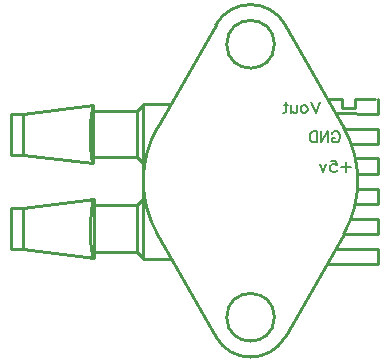
<source format=gbo>
G04 Layer: BottomSilkLayer*
G04 EasyEDA v6.4.14, 2021-01-16T22:14:06+01:00*
G04 127a1a6c01e64450920e76bbda239c08,12e5bc712d0f4a5fb02ba00eb72bdd37,10*
G04 Gerber Generator version 0.2*
G04 Scale: 100 percent, Rotated: No, Reflected: No *
G04 Dimensions in inches *
G04 leading zeros omitted , absolute positions ,3 integer and 6 decimal *
%FSLAX36Y36*%
%MOIN*%

%ADD10C,0.0100*%
%ADD23C,0.0080*%

%LPD*%
D23*
X482282Y1369110D02*
G01*
X467983Y1331509D01*
X453683Y1369110D02*
G01*
X467983Y1331509D01*
X432883Y1356610D02*
G01*
X436482Y1354810D01*
X440083Y1351210D01*
X441882Y1345909D01*
X441882Y1342310D01*
X440083Y1336909D01*
X436482Y1333310D01*
X432883Y1331509D01*
X427483Y1331509D01*
X423982Y1333310D01*
X420383Y1336909D01*
X418582Y1342310D01*
X418582Y1345909D01*
X420383Y1351210D01*
X423982Y1354810D01*
X427483Y1356610D01*
X432883Y1356610D01*
X406782Y1356610D02*
G01*
X406782Y1338710D01*
X404983Y1333310D01*
X401382Y1331509D01*
X395982Y1331509D01*
X392483Y1333310D01*
X387083Y1338710D01*
X387083Y1356610D02*
G01*
X387083Y1331509D01*
X369882Y1369110D02*
G01*
X369882Y1338710D01*
X368082Y1333310D01*
X364483Y1331509D01*
X360982Y1331509D01*
X375282Y1356610D02*
G01*
X362782Y1356610D01*
X522412Y1261783D02*
G01*
X524112Y1265383D01*
X527713Y1268883D01*
X531313Y1270684D01*
X538513Y1270684D01*
X542012Y1268883D01*
X545613Y1265383D01*
X547412Y1261783D01*
X549212Y1256383D01*
X549212Y1247483D01*
X547412Y1242083D01*
X545613Y1238483D01*
X542012Y1234884D01*
X538513Y1233083D01*
X531313Y1233083D01*
X527713Y1234884D01*
X524112Y1238483D01*
X522412Y1242083D01*
X522412Y1247483D01*
X531313Y1247483D02*
G01*
X522412Y1247483D01*
X510513Y1270684D02*
G01*
X510513Y1233083D01*
X510513Y1270684D02*
G01*
X485513Y1233083D01*
X485513Y1270684D02*
G01*
X485513Y1233083D01*
X473712Y1270684D02*
G01*
X473712Y1233083D01*
X473712Y1270684D02*
G01*
X461212Y1270684D01*
X455812Y1268883D01*
X452213Y1265383D01*
X450412Y1261783D01*
X448612Y1256383D01*
X448612Y1247483D01*
X450412Y1242083D01*
X452213Y1238483D01*
X455812Y1234884D01*
X461212Y1233083D01*
X473712Y1233083D01*
X568545Y1166959D02*
G01*
X568545Y1134659D01*
X584646Y1150859D02*
G01*
X552445Y1150859D01*
X519146Y1172258D02*
G01*
X537046Y1172258D01*
X538846Y1156158D01*
X537046Y1157959D01*
X531646Y1159758D01*
X526346Y1159758D01*
X520946Y1157959D01*
X517345Y1154358D01*
X515546Y1149059D01*
X515546Y1145459D01*
X517345Y1140059D01*
X520946Y1136458D01*
X526346Y1134659D01*
X531646Y1134659D01*
X537046Y1136458D01*
X538846Y1138258D01*
X540645Y1141858D01*
X503746Y1159758D02*
G01*
X493046Y1134659D01*
X482245Y1159758D02*
G01*
X493046Y1134659D01*
D10*
X513779Y1376653D02*
G01*
X557087Y1376653D01*
X557087Y1349095D01*
X600393Y1349095D01*
X600393Y1376653D01*
X667322Y1376653D01*
X677323Y1378622D02*
G01*
X677323Y1327438D01*
X537399Y1329409D01*
X677323Y1278622D02*
G01*
X564961Y1278227D01*
X677323Y1278622D02*
G01*
X677323Y1227438D01*
X588584Y1227046D01*
X675198Y1179801D02*
G01*
X600394Y1179801D01*
X677323Y1178622D02*
G01*
X677323Y1127438D01*
X608269Y1128622D01*
X677323Y1078622D02*
G01*
X608269Y1077440D01*
X677323Y1027438D02*
G01*
X600394Y1026260D01*
X677323Y978622D02*
G01*
X588584Y979016D01*
X677323Y978622D02*
G01*
X677323Y927438D01*
X562124Y928346D01*
X677323Y878622D02*
G01*
X532785Y876999D01*
X677323Y878622D02*
G01*
X677323Y827438D01*
X505254Y828000D01*
X677323Y1078622D02*
G01*
X677323Y1027438D01*
X-508108Y877087D02*
G01*
X-271891Y848935D01*
X-271891Y848937D02*
G01*
X-272964Y849421D01*
X-274387Y851379D01*
X-276455Y857067D01*
X-278357Y865871D01*
X-280039Y877458D01*
X-282487Y907444D01*
X-283447Y942883D01*
X-282764Y978777D01*
X-281826Y995309D01*
X-280293Y1012307D01*
X-278659Y1024333D01*
X-276455Y1034904D01*
X-274391Y1040569D01*
X-273324Y1042184D01*
X-272249Y1042961D01*
X-271891Y1043031D02*
G01*
X-508108Y1014882D01*
X-271891Y869214D02*
G01*
X-126023Y869214D01*
X-126023Y1022755D02*
G01*
X-271891Y1022755D01*
X-547478Y877087D02*
G01*
X-508108Y877087D01*
X-508108Y1014882D02*
G01*
X-547478Y1014882D01*
X-508108Y877087D02*
G01*
X-508108Y1014882D01*
X-271891Y848939D02*
G01*
X-271891Y1043029D01*
X-547478Y877087D02*
G01*
X-547478Y1014882D01*
X-105747Y1043031D02*
G01*
X-126023Y1022755D01*
X-126023Y869214D02*
G01*
X-105747Y848937D01*
X-126023Y869214D02*
G01*
X-126023Y1022755D01*
X-105747Y845000D02*
G01*
X-105747Y1100906D01*
X-105747Y845000D02*
G01*
X-14002Y845000D01*
X-508503Y1328818D02*
G01*
X-272283Y1356970D01*
X-106149Y1162925D02*
G01*
X-107116Y1191781D01*
X-107519Y1259917D01*
X-107116Y1328051D01*
X-106194Y1356732D01*
X-272283Y1356968D02*
G01*
X-273359Y1356484D01*
X-274780Y1354526D01*
X-276846Y1348838D01*
X-278750Y1340034D01*
X-280430Y1328447D01*
X-282881Y1298461D01*
X-283840Y1263022D01*
X-283157Y1227129D01*
X-282219Y1210596D01*
X-280686Y1193598D01*
X-279052Y1181572D01*
X-276846Y1171001D01*
X-274785Y1165336D01*
X-273717Y1163721D01*
X-272644Y1162944D01*
X-106140Y1162874D02*
G01*
X-126415Y1183148D01*
X-126415Y1336691D02*
G01*
X-106140Y1356970D01*
X-272283Y1162874D02*
G01*
X-508503Y1191023D01*
X-272283Y1336691D02*
G01*
X-126415Y1336691D01*
X-126415Y1183148D02*
G01*
X-272283Y1183148D01*
X-547874Y1328818D02*
G01*
X-508503Y1328818D01*
X-508503Y1191023D02*
G01*
X-547874Y1191023D01*
X366683Y584517D02*
G01*
X562124Y928346D01*
X-59443Y928346D02*
G01*
X135994Y584517D01*
X135994Y1625486D02*
G01*
X-59443Y1281653D01*
X562124Y1281653D02*
G01*
X366683Y1625486D01*
X-106140Y1360906D02*
G01*
X-14394Y1360906D01*
X-106140Y1360906D02*
G01*
X-106140Y1105000D01*
X-126415Y1336691D02*
G01*
X-126415Y1183148D01*
X-508503Y1328818D02*
G01*
X-508503Y1191023D01*
X-272283Y1356965D02*
G01*
X-272283Y1162876D01*
X-547874Y1328818D02*
G01*
X-547874Y1191023D01*
G75*
G01*
X366684Y584515D02*
G02*
X135993Y584515I-115345J65564D01*
G75*
G01*
X135993Y1625485D02*
G02*
X366684Y1625485I115346J-65564D01*
G75*
G01*
X-59445Y928348D02*
G02*
X-59445Y1281652I310783J176652D01*
G75*
G01*
X562122Y1281652D02*
G02*
X562122Y928348I-310783J-176652D01*
G75*
G01
X330870Y1559920D02*
G03X330870Y1559920I-79530J0D01*
G75*
G01
X330870Y650080D02*
G03X330870Y650080I-79530J0D01*
M02*

</source>
